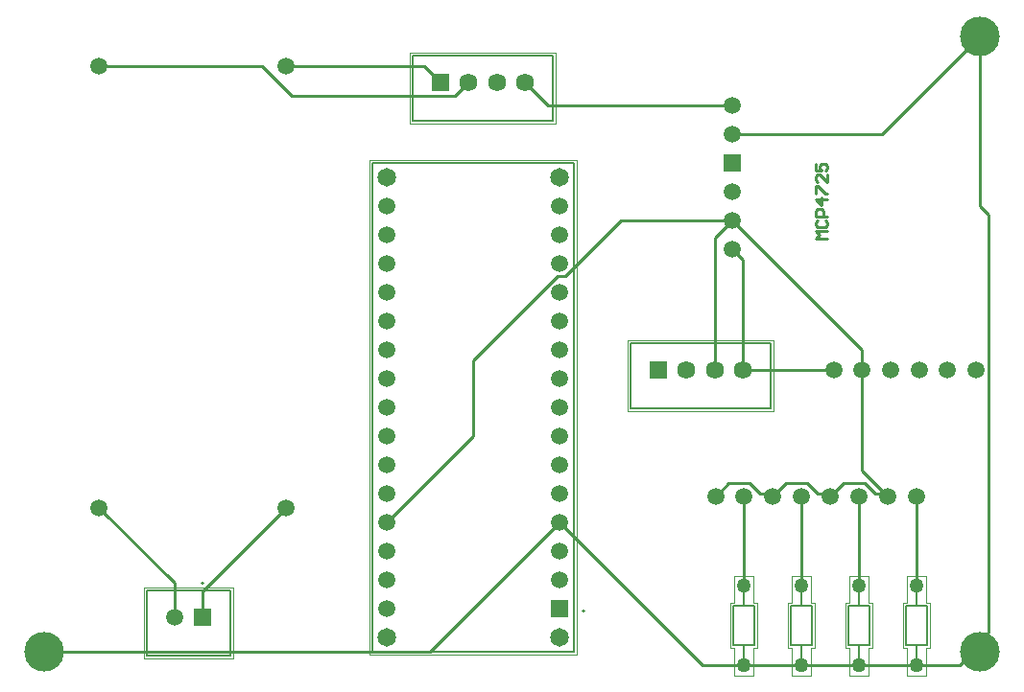
<source format=gtl>
G04*
G04 #@! TF.GenerationSoftware,Altium Limited,Altium Designer,22.5.1 (42)*
G04*
G04 Layer_Physical_Order=1*
G04 Layer_Color=255*
%FSLAX42Y42*%
%MOMM*%
G71*
G04*
G04 #@! TF.SameCoordinates,9A8E8AE2-EB4B-44E5-8707-8227BA4DF72F*
G04*
G04*
G04 #@! TF.FilePolarity,Positive*
G04*
G01*
G75*
%ADD10C,0.20*%
%ADD11C,0.25*%
%ADD12C,0.13*%
%ADD13C,0.05*%
%ADD23R,1.52X1.52*%
%ADD24C,1.52*%
%ADD25C,3.50*%
%ADD26C,1.26*%
%ADD27R,1.59X1.59*%
%ADD28C,1.59*%
%ADD29C,1.51*%
%ADD30R,1.51X1.51*%
%ADD31C,1.65*%
D10*
X10475Y3676D02*
G03*
X10475Y3676I-10J0D01*
G01*
X13837Y3432D02*
G03*
X13837Y3432I-10J0D01*
G01*
D11*
X15108Y4559D02*
X15287D01*
X14994Y4445D02*
X15108Y4559D01*
X16285Y4670D02*
X16488Y4467D01*
X12854Y4980D02*
Y5649D01*
X12090Y4216D02*
X12854Y4980D01*
Y5649D02*
X13594Y6389D01*
X13661D01*
X13312Y8103D02*
X13515Y7899D01*
X12695Y7985D02*
X12812Y8103D01*
X14156Y6883D02*
X15138D01*
X13515Y7899D02*
X15138D01*
X13661Y6389D02*
X14156Y6883D01*
X12421Y8243D02*
X12562Y8103D01*
X15138Y7645D02*
X16459D01*
X16285Y4670D02*
Y5563D01*
X16488Y4467D02*
X16510Y4445D01*
X16396Y4467D02*
X16488D01*
X16303Y4559D02*
X16396Y4467D01*
X16002Y4445D02*
X16116Y4559D01*
X16303D01*
X16256Y3652D02*
Y4445D01*
X15888Y4467D02*
X15980D01*
X16002Y4445D01*
X16764Y3652D02*
Y4445D01*
X14982Y6727D02*
X15138Y6883D01*
X16035Y5563D02*
X16035Y5563D01*
X15138Y6883D02*
X16285Y5736D01*
X15232Y5563D02*
Y6536D01*
Y5563D02*
X15232Y5563D01*
X15138Y6629D02*
X15232Y6536D01*
X14982Y5563D02*
Y6727D01*
X16285Y5563D02*
Y5736D01*
X15232Y5563D02*
X16035D01*
X15240Y3652D02*
Y4445D01*
X15748Y3652D02*
Y4445D01*
X15287Y4559D02*
X15380Y4467D01*
X15472D02*
X15494Y4445D01*
X15380Y4467D02*
X15472D01*
X15608Y4559D02*
X15795D01*
X15494Y4445D02*
X15608Y4559D01*
X15795D02*
X15888Y4467D01*
X9550Y8243D02*
X10992D01*
X11250Y7985D01*
X10215Y3378D02*
Y3679D01*
X10465Y3378D02*
Y3608D01*
X9550Y4343D02*
X10215Y3679D01*
X13614Y4216D02*
X14879Y2952D01*
X17400Y3238D02*
Y6930D01*
X17323Y7007D02*
X17400Y6930D01*
X10465Y3608D02*
X11200Y4343D01*
X11250Y7985D02*
X12695D01*
X11200Y8243D02*
X12421D01*
X12471Y3073D02*
X13614Y4216D01*
X17323Y7007D02*
Y8509D01*
X16459Y7645D02*
X17323Y8509D01*
X15748Y2952D02*
X16256D01*
X15240D02*
X15748D01*
X17264Y3073D02*
X17323D01*
Y3161D01*
X16256Y2952D02*
X16764D01*
X17143D02*
X17264Y3073D01*
X17323Y3161D02*
X17400Y3238D01*
X9068Y3073D02*
X12471D01*
X14879Y2952D02*
X15240D01*
X16764D02*
X17143D01*
X15977Y6718D02*
X15877D01*
X15910Y6752D01*
X15877Y6785D01*
X15977D01*
X15893Y6885D02*
X15877Y6868D01*
Y6835D01*
X15893Y6818D01*
X15960D01*
X15977Y6835D01*
Y6868D01*
X15960Y6885D01*
X15977Y6918D02*
X15877D01*
Y6968D01*
X15893Y6985D01*
X15927D01*
X15943Y6968D01*
Y6918D01*
X15977Y7068D02*
X15877D01*
X15927Y7018D01*
Y7085D01*
X15877Y7118D02*
Y7185D01*
X15893D01*
X15960Y7118D01*
X15977D01*
Y7285D02*
Y7218D01*
X15910Y7285D01*
X15893D01*
X15877Y7268D01*
Y7235D01*
X15893Y7218D01*
X15877Y7385D02*
Y7318D01*
X15927D01*
X15910Y7351D01*
Y7368D01*
X15927Y7385D01*
X15960D01*
X15977Y7368D01*
Y7335D01*
X15960Y7318D01*
D12*
X16671Y3127D02*
Y3477D01*
X16764D01*
X16857D01*
Y3127D02*
Y3477D01*
X16764Y3127D02*
X16857D01*
X16671D02*
X16764D01*
Y3009D02*
Y3127D01*
Y3477D02*
Y3594D01*
X16163Y3127D02*
Y3477D01*
X16256D01*
X16349D01*
Y3127D02*
Y3477D01*
X16256Y3127D02*
X16349D01*
X16163D02*
X16256D01*
Y3009D02*
Y3127D01*
Y3477D02*
Y3594D01*
X15655Y3127D02*
Y3477D01*
X15748D01*
X15840D01*
Y3127D02*
Y3477D01*
X15748Y3127D02*
X15840D01*
X15655D02*
X15748D01*
Y3009D02*
Y3127D01*
Y3477D02*
Y3594D01*
X14237Y5223D02*
X15477D01*
Y5798D01*
X14237D02*
X15477D01*
X14237Y5223D02*
Y5798D01*
X12317Y7763D02*
X13557D01*
Y8338D01*
X12317D02*
X13557D01*
X12317Y7763D02*
Y8338D01*
X9970Y3613D02*
X10710D01*
X9970Y3038D02*
Y3613D01*
Y3038D02*
X10710D01*
Y3613D01*
X11963Y7391D02*
X13741D01*
X11963Y3073D02*
Y7391D01*
X13741Y3073D02*
Y7391D01*
X11963Y3073D02*
X13741D01*
X15148Y3127D02*
Y3477D01*
X15240D01*
X15332D01*
Y3127D02*
Y3477D01*
X15240Y3127D02*
X15332D01*
X15148D02*
X15240D01*
Y3009D02*
Y3127D01*
Y3477D02*
Y3594D01*
D13*
X16646Y3102D02*
Y3502D01*
X16676D01*
Y3740D01*
X16852D01*
Y3502D02*
Y3740D01*
Y3502D02*
X16882D01*
Y3102D02*
Y3502D01*
X16852Y3102D02*
X16882D01*
X16852Y2864D02*
Y3102D01*
X16676Y2864D02*
X16852D01*
X16676D02*
Y3102D01*
X16646D02*
X16676D01*
X16138D02*
Y3502D01*
X16168D01*
Y3740D01*
X16344D01*
Y3502D02*
Y3740D01*
Y3502D02*
X16374D01*
Y3102D02*
Y3502D01*
X16344Y3102D02*
X16374D01*
X16344Y2864D02*
Y3102D01*
X16168Y2864D02*
X16344D01*
X16168D02*
Y3102D01*
X16138D02*
X16168D01*
X15630D02*
Y3502D01*
X15660D01*
Y3740D01*
X15836D01*
Y3502D02*
Y3740D01*
Y3502D02*
X15865D01*
Y3102D02*
Y3502D01*
X15836Y3102D02*
X15865D01*
X15836Y2864D02*
Y3102D01*
X15660Y2864D02*
X15836D01*
X15660D02*
Y3102D01*
X15630D02*
X15660D01*
X14212Y5823D02*
X15502D01*
Y5198D02*
Y5823D01*
X14212Y5198D02*
X15502D01*
X14212D02*
Y5823D01*
X12292Y8363D02*
X13582D01*
Y7738D02*
Y8363D01*
X12292Y7738D02*
X13582D01*
X12292D02*
Y8363D01*
X9945Y3638D02*
X10735D01*
X9945Y3013D02*
Y3638D01*
Y3013D02*
X10735D01*
Y3638D01*
X13766Y3048D02*
Y7416D01*
X11938D02*
X13766D01*
X11938Y3048D02*
Y7416D01*
Y3048D02*
X13766D01*
X15123Y3102D02*
Y3502D01*
X15152D01*
Y3740D01*
X15328D01*
Y3502D02*
Y3740D01*
Y3502D02*
X15357D01*
Y3102D02*
Y3502D01*
X15328Y3102D02*
X15357D01*
X15328Y2864D02*
Y3102D01*
X15152Y2864D02*
X15328D01*
X15152D02*
Y3102D01*
X15123D02*
X15152D01*
D23*
X15138Y7391D02*
D03*
D24*
Y7137D02*
D03*
Y6883D02*
D03*
Y6629D02*
D03*
Y7645D02*
D03*
Y7899D02*
D03*
X16764Y4445D02*
D03*
X16510D02*
D03*
X16256D02*
D03*
X16002D02*
D03*
X15748D02*
D03*
X15494D02*
D03*
X15240D02*
D03*
X14994D02*
D03*
X17285Y5563D02*
D03*
X17035D02*
D03*
X16785D02*
D03*
X16535D02*
D03*
X16285D02*
D03*
X16035D02*
D03*
X9550Y8243D02*
D03*
X11200Y4343D02*
D03*
X9550D02*
D03*
X11200Y8243D02*
D03*
D25*
X17323Y8509D02*
D03*
X9068Y3073D02*
D03*
X17323D02*
D03*
D26*
X16764Y2952D02*
D03*
Y3652D02*
D03*
X16256Y2952D02*
D03*
Y3652D02*
D03*
X15748Y2952D02*
D03*
Y3652D02*
D03*
X15240Y2952D02*
D03*
Y3652D02*
D03*
D27*
X14482Y5563D02*
D03*
X12562Y8103D02*
D03*
D28*
X14732Y5563D02*
D03*
X14982D02*
D03*
X15232D02*
D03*
X12812Y8103D02*
D03*
X13062D02*
D03*
X13312D02*
D03*
D29*
X10215Y3378D02*
D03*
X12090Y3454D02*
D03*
Y3708D02*
D03*
Y3962D02*
D03*
Y4216D02*
D03*
Y4470D02*
D03*
Y4724D02*
D03*
Y4978D02*
D03*
Y5232D02*
D03*
Y5486D02*
D03*
Y5740D02*
D03*
Y5994D02*
D03*
Y6248D02*
D03*
Y6502D02*
D03*
Y6756D02*
D03*
Y7010D02*
D03*
X13614D02*
D03*
Y6756D02*
D03*
Y6502D02*
D03*
Y6248D02*
D03*
Y5994D02*
D03*
Y5740D02*
D03*
Y5486D02*
D03*
Y5232D02*
D03*
Y4978D02*
D03*
Y4724D02*
D03*
Y4470D02*
D03*
Y4216D02*
D03*
Y3962D02*
D03*
Y3708D02*
D03*
D30*
X10465Y3378D02*
D03*
X13614Y3454D02*
D03*
D31*
X12090Y3200D02*
D03*
X13614D02*
D03*
X12090Y7264D02*
D03*
X13614D02*
D03*
M02*

</source>
